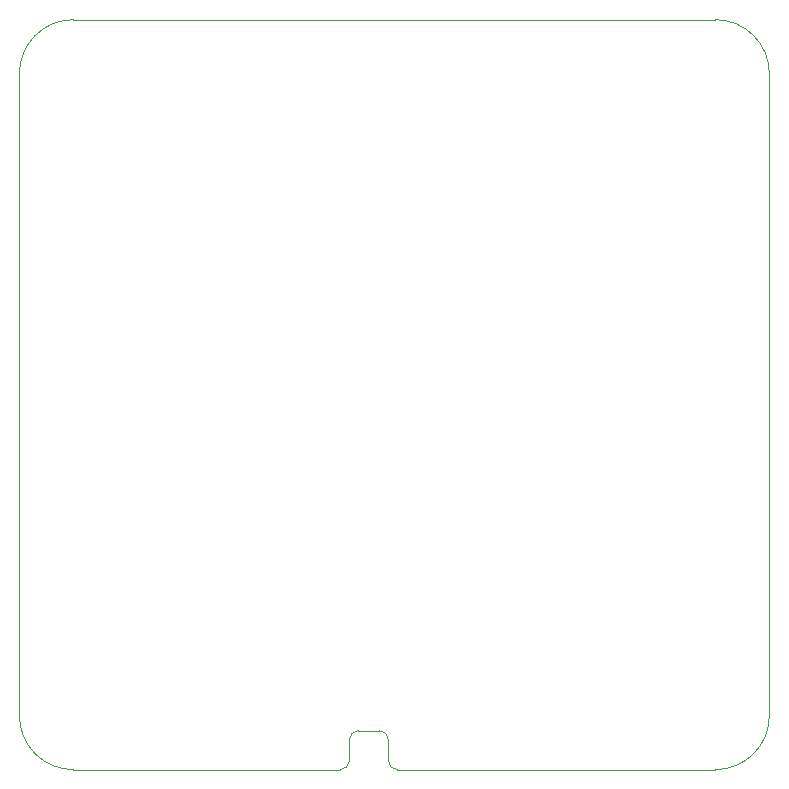
<source format=gbr>
%TF.GenerationSoftware,KiCad,Pcbnew,8.0.5-8.0.5-0~ubuntu22.04.1*%
%TF.CreationDate,2024-09-14T12:25:03-07:00*%
%TF.ProjectId,IMU-2X,494d552d-3258-42e6-9b69-6361645f7063,2*%
%TF.SameCoordinates,Original*%
%TF.FileFunction,Profile,NP*%
%FSLAX46Y46*%
G04 Gerber Fmt 4.6, Leading zero omitted, Abs format (unit mm)*
G04 Created by KiCad (PCBNEW 8.0.5-8.0.5-0~ubuntu22.04.1) date 2024-09-14 12:25:03*
%MOMM*%
%LPD*%
G01*
G04 APERTURE LIST*
%TA.AperFunction,Profile*%
%ADD10C,0.100000*%
%TD*%
G04 APERTURE END LIST*
D10*
X132841999Y-134112001D02*
X155448000Y-134112000D01*
X156972000Y-130810000D02*
X158750000Y-130810000D01*
X159512000Y-131572000D02*
X159512000Y-133350000D01*
X156210000Y-131572000D02*
G75*
G02*
X156972000Y-130810000I762000J0D01*
G01*
X132842000Y-70612000D02*
X187198000Y-70612000D01*
X128270000Y-75184000D02*
G75*
G02*
X132842000Y-70612000I4572000J0D01*
G01*
X191770001Y-129540001D02*
G75*
G02*
X187198001Y-134112001I-4572001J1D01*
G01*
X187198000Y-70612000D02*
G75*
G02*
X191770000Y-75184000I0J-4572000D01*
G01*
X160274000Y-134112000D02*
G75*
G02*
X159512000Y-133350000I0J762000D01*
G01*
X132841999Y-134112001D02*
G75*
G02*
X128269999Y-129540001I1J4572001D01*
G01*
X191770000Y-75184000D02*
X191770001Y-129540001D01*
X156210000Y-131572000D02*
X156210000Y-133350000D01*
X128269999Y-129540001D02*
X128270000Y-75184000D01*
X156210000Y-133350000D02*
G75*
G02*
X155448000Y-134112000I-762000J0D01*
G01*
X158750000Y-130810000D02*
G75*
G02*
X159512000Y-131572000I0J-762000D01*
G01*
X187198001Y-134112001D02*
X160274000Y-134112000D01*
M02*

</source>
